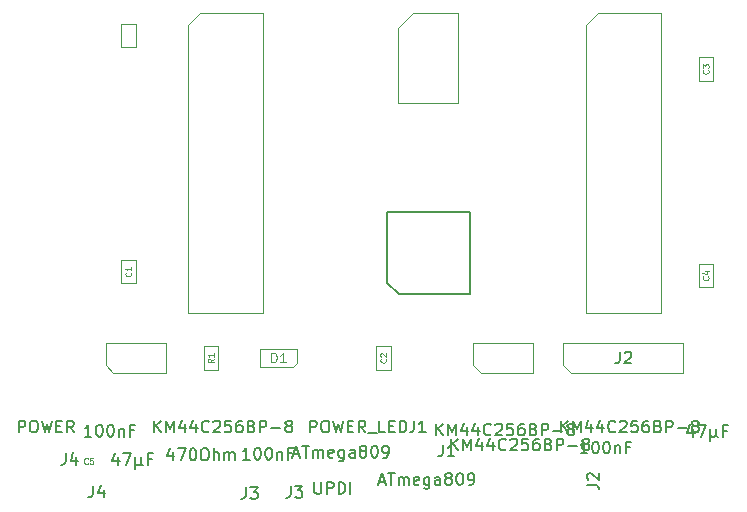
<source format=gbr>
G04 #@! TF.GenerationSoftware,KiCad,Pcbnew,5.1.4*
G04 #@! TF.CreationDate,2019-11-08T16:48:00+01:00*
G04 #@! TF.ProjectId,AsyncDRAM,4173796e-6344-4524-914d-2e6b69636164,rev?*
G04 #@! TF.SameCoordinates,Original*
G04 #@! TF.FileFunction,Other,Fab,Top*
%FSLAX46Y46*%
G04 Gerber Fmt 4.6, Leading zero omitted, Abs format (unit mm)*
G04 Created by KiCad (PCBNEW 5.1.4) date 2019-11-08 16:48:00*
%MOMM*%
%LPD*%
G04 APERTURE LIST*
%ADD10C,0.100000*%
%ADD11C,0.150000*%
%ADD12C,0.080000*%
%ADD13C,0.120000*%
G04 APERTURE END LIST*
D10*
X23495000Y-164830000D02*
X24495000Y-163830000D01*
X23495000Y-189230000D02*
X23495000Y-164830000D01*
X29845000Y-189230000D02*
X23495000Y-189230000D01*
X29845000Y-163830000D02*
X29845000Y-189230000D01*
X24495000Y-163830000D02*
X29845000Y-163830000D01*
D11*
X41315000Y-187650000D02*
X40315000Y-186650000D01*
X47315000Y-187650000D02*
X41315000Y-187650000D01*
X47315000Y-180650000D02*
X47315000Y-187650000D01*
X40315000Y-180650000D02*
X47315000Y-180650000D01*
X40315000Y-186650000D02*
X40315000Y-180650000D01*
D10*
X24800000Y-194040000D02*
X24800000Y-192040000D01*
X26000000Y-194040000D02*
X24800000Y-194040000D01*
X26000000Y-192040000D02*
X26000000Y-194040000D01*
X24800000Y-192040000D02*
X26000000Y-192040000D01*
X29515000Y-192240000D02*
X29515000Y-193840000D01*
X32715000Y-192240000D02*
X29515000Y-192240000D01*
X32715000Y-193440000D02*
X32715000Y-192240000D01*
X32315000Y-193840000D02*
X32715000Y-193440000D01*
X29515000Y-193840000D02*
X32315000Y-193840000D01*
X17145000Y-194310000D02*
X16510000Y-193675000D01*
X21590000Y-194310000D02*
X17145000Y-194310000D01*
X21590000Y-191770000D02*
X21590000Y-194310000D01*
X16510000Y-191770000D02*
X21590000Y-191770000D01*
X16510000Y-193675000D02*
X16510000Y-191770000D01*
X41275000Y-165100000D02*
X42545000Y-163830000D01*
X41275000Y-171450000D02*
X41275000Y-165100000D01*
X46355000Y-171450000D02*
X41275000Y-171450000D01*
X46355000Y-163830000D02*
X46355000Y-171450000D01*
X42545000Y-163830000D02*
X46355000Y-163830000D01*
X55880000Y-194310000D02*
X55245000Y-193675000D01*
X65405000Y-194310000D02*
X55880000Y-194310000D01*
X65405000Y-191770000D02*
X65405000Y-194310000D01*
X55245000Y-191770000D02*
X65405000Y-191770000D01*
X55245000Y-193675000D02*
X55245000Y-191770000D01*
X48260000Y-194310000D02*
X47625000Y-193675000D01*
X52705000Y-194310000D02*
X48260000Y-194310000D01*
X52705000Y-191770000D02*
X52705000Y-194310000D01*
X47625000Y-191770000D02*
X52705000Y-191770000D01*
X47625000Y-193675000D02*
X47625000Y-191770000D01*
X66710000Y-169577500D02*
X66710000Y-167577500D01*
X67910000Y-169577500D02*
X66710000Y-169577500D01*
X67910000Y-167577500D02*
X67910000Y-169577500D01*
X66710000Y-167577500D02*
X67910000Y-167577500D01*
X19015000Y-164735000D02*
X19015000Y-166735000D01*
X17815000Y-164735000D02*
X19015000Y-164735000D01*
X17815000Y-166735000D02*
X17815000Y-164735000D01*
X19015000Y-166735000D02*
X17815000Y-166735000D01*
X66710000Y-187055000D02*
X66710000Y-185055000D01*
X67910000Y-187055000D02*
X66710000Y-187055000D01*
X67910000Y-185055000D02*
X67910000Y-187055000D01*
X66710000Y-185055000D02*
X67910000Y-185055000D01*
X39405000Y-194040000D02*
X39405000Y-192040000D01*
X40605000Y-194040000D02*
X39405000Y-194040000D01*
X40605000Y-192040000D02*
X40605000Y-194040000D01*
X39405000Y-192040000D02*
X40605000Y-192040000D01*
X19015000Y-184722500D02*
X19015000Y-186722500D01*
X17815000Y-184722500D02*
X19015000Y-184722500D01*
X17815000Y-186722500D02*
X17815000Y-184722500D01*
X19015000Y-186722500D02*
X17815000Y-186722500D01*
X57150000Y-164830000D02*
X58150000Y-163830000D01*
X57150000Y-189230000D02*
X57150000Y-164830000D01*
X63500000Y-189230000D02*
X57150000Y-189230000D01*
X63500000Y-163830000D02*
X63500000Y-189230000D01*
X58150000Y-163830000D02*
X63500000Y-163830000D01*
D11*
X20606476Y-199334380D02*
X20606476Y-198334380D01*
X21177904Y-199334380D02*
X20749333Y-198762952D01*
X21177904Y-198334380D02*
X20606476Y-198905809D01*
X21606476Y-199334380D02*
X21606476Y-198334380D01*
X21939809Y-199048666D01*
X22273142Y-198334380D01*
X22273142Y-199334380D01*
X23177904Y-198667714D02*
X23177904Y-199334380D01*
X22939809Y-198286761D02*
X22701714Y-199001047D01*
X23320761Y-199001047D01*
X24130285Y-198667714D02*
X24130285Y-199334380D01*
X23892190Y-198286761D02*
X23654095Y-199001047D01*
X24273142Y-199001047D01*
X25225523Y-199239142D02*
X25177904Y-199286761D01*
X25035047Y-199334380D01*
X24939809Y-199334380D01*
X24796952Y-199286761D01*
X24701714Y-199191523D01*
X24654095Y-199096285D01*
X24606476Y-198905809D01*
X24606476Y-198762952D01*
X24654095Y-198572476D01*
X24701714Y-198477238D01*
X24796952Y-198382000D01*
X24939809Y-198334380D01*
X25035047Y-198334380D01*
X25177904Y-198382000D01*
X25225523Y-198429619D01*
X25606476Y-198429619D02*
X25654095Y-198382000D01*
X25749333Y-198334380D01*
X25987428Y-198334380D01*
X26082666Y-198382000D01*
X26130285Y-198429619D01*
X26177904Y-198524857D01*
X26177904Y-198620095D01*
X26130285Y-198762952D01*
X25558857Y-199334380D01*
X26177904Y-199334380D01*
X27082666Y-198334380D02*
X26606476Y-198334380D01*
X26558857Y-198810571D01*
X26606476Y-198762952D01*
X26701714Y-198715333D01*
X26939809Y-198715333D01*
X27035047Y-198762952D01*
X27082666Y-198810571D01*
X27130285Y-198905809D01*
X27130285Y-199143904D01*
X27082666Y-199239142D01*
X27035047Y-199286761D01*
X26939809Y-199334380D01*
X26701714Y-199334380D01*
X26606476Y-199286761D01*
X26558857Y-199239142D01*
X27987428Y-198334380D02*
X27796952Y-198334380D01*
X27701714Y-198382000D01*
X27654095Y-198429619D01*
X27558857Y-198572476D01*
X27511238Y-198762952D01*
X27511238Y-199143904D01*
X27558857Y-199239142D01*
X27606476Y-199286761D01*
X27701714Y-199334380D01*
X27892190Y-199334380D01*
X27987428Y-199286761D01*
X28035047Y-199239142D01*
X28082666Y-199143904D01*
X28082666Y-198905809D01*
X28035047Y-198810571D01*
X27987428Y-198762952D01*
X27892190Y-198715333D01*
X27701714Y-198715333D01*
X27606476Y-198762952D01*
X27558857Y-198810571D01*
X27511238Y-198905809D01*
X28844571Y-198810571D02*
X28987428Y-198858190D01*
X29035047Y-198905809D01*
X29082666Y-199001047D01*
X29082666Y-199143904D01*
X29035047Y-199239142D01*
X28987428Y-199286761D01*
X28892190Y-199334380D01*
X28511238Y-199334380D01*
X28511238Y-198334380D01*
X28844571Y-198334380D01*
X28939809Y-198382000D01*
X28987428Y-198429619D01*
X29035047Y-198524857D01*
X29035047Y-198620095D01*
X28987428Y-198715333D01*
X28939809Y-198762952D01*
X28844571Y-198810571D01*
X28511238Y-198810571D01*
X29511238Y-199334380D02*
X29511238Y-198334380D01*
X29892190Y-198334380D01*
X29987428Y-198382000D01*
X30035047Y-198429619D01*
X30082666Y-198524857D01*
X30082666Y-198667714D01*
X30035047Y-198762952D01*
X29987428Y-198810571D01*
X29892190Y-198858190D01*
X29511238Y-198858190D01*
X30511238Y-198953428D02*
X31273142Y-198953428D01*
X31892190Y-198762952D02*
X31796952Y-198715333D01*
X31749333Y-198667714D01*
X31701714Y-198572476D01*
X31701714Y-198524857D01*
X31749333Y-198429619D01*
X31796952Y-198382000D01*
X31892190Y-198334380D01*
X32082666Y-198334380D01*
X32177904Y-198382000D01*
X32225523Y-198429619D01*
X32273142Y-198524857D01*
X32273142Y-198572476D01*
X32225523Y-198667714D01*
X32177904Y-198715333D01*
X32082666Y-198762952D01*
X31892190Y-198762952D01*
X31796952Y-198810571D01*
X31749333Y-198858190D01*
X31701714Y-198953428D01*
X31701714Y-199143904D01*
X31749333Y-199239142D01*
X31796952Y-199286761D01*
X31892190Y-199334380D01*
X32082666Y-199334380D01*
X32177904Y-199286761D01*
X32225523Y-199239142D01*
X32273142Y-199143904D01*
X32273142Y-198953428D01*
X32225523Y-198858190D01*
X32177904Y-198810571D01*
X32082666Y-198762952D01*
X55023476Y-199334380D02*
X55023476Y-198334380D01*
X55594904Y-199334380D02*
X55166333Y-198762952D01*
X55594904Y-198334380D02*
X55023476Y-198905809D01*
X56023476Y-199334380D02*
X56023476Y-198334380D01*
X56356809Y-199048666D01*
X56690142Y-198334380D01*
X56690142Y-199334380D01*
X57594904Y-198667714D02*
X57594904Y-199334380D01*
X57356809Y-198286761D02*
X57118714Y-199001047D01*
X57737761Y-199001047D01*
X58547285Y-198667714D02*
X58547285Y-199334380D01*
X58309190Y-198286761D02*
X58071095Y-199001047D01*
X58690142Y-199001047D01*
X59642523Y-199239142D02*
X59594904Y-199286761D01*
X59452047Y-199334380D01*
X59356809Y-199334380D01*
X59213952Y-199286761D01*
X59118714Y-199191523D01*
X59071095Y-199096285D01*
X59023476Y-198905809D01*
X59023476Y-198762952D01*
X59071095Y-198572476D01*
X59118714Y-198477238D01*
X59213952Y-198382000D01*
X59356809Y-198334380D01*
X59452047Y-198334380D01*
X59594904Y-198382000D01*
X59642523Y-198429619D01*
X60023476Y-198429619D02*
X60071095Y-198382000D01*
X60166333Y-198334380D01*
X60404428Y-198334380D01*
X60499666Y-198382000D01*
X60547285Y-198429619D01*
X60594904Y-198524857D01*
X60594904Y-198620095D01*
X60547285Y-198762952D01*
X59975857Y-199334380D01*
X60594904Y-199334380D01*
X61499666Y-198334380D02*
X61023476Y-198334380D01*
X60975857Y-198810571D01*
X61023476Y-198762952D01*
X61118714Y-198715333D01*
X61356809Y-198715333D01*
X61452047Y-198762952D01*
X61499666Y-198810571D01*
X61547285Y-198905809D01*
X61547285Y-199143904D01*
X61499666Y-199239142D01*
X61452047Y-199286761D01*
X61356809Y-199334380D01*
X61118714Y-199334380D01*
X61023476Y-199286761D01*
X60975857Y-199239142D01*
X62404428Y-198334380D02*
X62213952Y-198334380D01*
X62118714Y-198382000D01*
X62071095Y-198429619D01*
X61975857Y-198572476D01*
X61928238Y-198762952D01*
X61928238Y-199143904D01*
X61975857Y-199239142D01*
X62023476Y-199286761D01*
X62118714Y-199334380D01*
X62309190Y-199334380D01*
X62404428Y-199286761D01*
X62452047Y-199239142D01*
X62499666Y-199143904D01*
X62499666Y-198905809D01*
X62452047Y-198810571D01*
X62404428Y-198762952D01*
X62309190Y-198715333D01*
X62118714Y-198715333D01*
X62023476Y-198762952D01*
X61975857Y-198810571D01*
X61928238Y-198905809D01*
X63261571Y-198810571D02*
X63404428Y-198858190D01*
X63452047Y-198905809D01*
X63499666Y-199001047D01*
X63499666Y-199143904D01*
X63452047Y-199239142D01*
X63404428Y-199286761D01*
X63309190Y-199334380D01*
X62928238Y-199334380D01*
X62928238Y-198334380D01*
X63261571Y-198334380D01*
X63356809Y-198382000D01*
X63404428Y-198429619D01*
X63452047Y-198524857D01*
X63452047Y-198620095D01*
X63404428Y-198715333D01*
X63356809Y-198762952D01*
X63261571Y-198810571D01*
X62928238Y-198810571D01*
X63928238Y-199334380D02*
X63928238Y-198334380D01*
X64309190Y-198334380D01*
X64404428Y-198382000D01*
X64452047Y-198429619D01*
X64499666Y-198524857D01*
X64499666Y-198667714D01*
X64452047Y-198762952D01*
X64404428Y-198810571D01*
X64309190Y-198858190D01*
X63928238Y-198858190D01*
X64928238Y-198953428D02*
X65690142Y-198953428D01*
X66309190Y-198762952D02*
X66213952Y-198715333D01*
X66166333Y-198667714D01*
X66118714Y-198572476D01*
X66118714Y-198524857D01*
X66166333Y-198429619D01*
X66213952Y-198382000D01*
X66309190Y-198334380D01*
X66499666Y-198334380D01*
X66594904Y-198382000D01*
X66642523Y-198429619D01*
X66690142Y-198524857D01*
X66690142Y-198572476D01*
X66642523Y-198667714D01*
X66594904Y-198715333D01*
X66499666Y-198762952D01*
X66309190Y-198762952D01*
X66213952Y-198810571D01*
X66166333Y-198858190D01*
X66118714Y-198953428D01*
X66118714Y-199143904D01*
X66166333Y-199239142D01*
X66213952Y-199286761D01*
X66309190Y-199334380D01*
X66499666Y-199334380D01*
X66594904Y-199286761D01*
X66642523Y-199239142D01*
X66690142Y-199143904D01*
X66690142Y-198953428D01*
X66642523Y-198858190D01*
X66594904Y-198810571D01*
X66499666Y-198762952D01*
X39614980Y-203506366D02*
X40091171Y-203506366D01*
X39519742Y-203792080D02*
X39853076Y-202792080D01*
X40186409Y-203792080D01*
X40376885Y-202792080D02*
X40948314Y-202792080D01*
X40662600Y-203792080D02*
X40662600Y-202792080D01*
X41281647Y-203792080D02*
X41281647Y-203125414D01*
X41281647Y-203220652D02*
X41329266Y-203173033D01*
X41424504Y-203125414D01*
X41567361Y-203125414D01*
X41662600Y-203173033D01*
X41710219Y-203268271D01*
X41710219Y-203792080D01*
X41710219Y-203268271D02*
X41757838Y-203173033D01*
X41853076Y-203125414D01*
X41995933Y-203125414D01*
X42091171Y-203173033D01*
X42138790Y-203268271D01*
X42138790Y-203792080D01*
X42995933Y-203744461D02*
X42900695Y-203792080D01*
X42710219Y-203792080D01*
X42614980Y-203744461D01*
X42567361Y-203649223D01*
X42567361Y-203268271D01*
X42614980Y-203173033D01*
X42710219Y-203125414D01*
X42900695Y-203125414D01*
X42995933Y-203173033D01*
X43043552Y-203268271D01*
X43043552Y-203363509D01*
X42567361Y-203458747D01*
X43900695Y-203125414D02*
X43900695Y-203934938D01*
X43853076Y-204030176D01*
X43805457Y-204077795D01*
X43710219Y-204125414D01*
X43567361Y-204125414D01*
X43472123Y-204077795D01*
X43900695Y-203744461D02*
X43805457Y-203792080D01*
X43614980Y-203792080D01*
X43519742Y-203744461D01*
X43472123Y-203696842D01*
X43424504Y-203601604D01*
X43424504Y-203315890D01*
X43472123Y-203220652D01*
X43519742Y-203173033D01*
X43614980Y-203125414D01*
X43805457Y-203125414D01*
X43900695Y-203173033D01*
X44805457Y-203792080D02*
X44805457Y-203268271D01*
X44757838Y-203173033D01*
X44662600Y-203125414D01*
X44472123Y-203125414D01*
X44376885Y-203173033D01*
X44805457Y-203744461D02*
X44710219Y-203792080D01*
X44472123Y-203792080D01*
X44376885Y-203744461D01*
X44329266Y-203649223D01*
X44329266Y-203553985D01*
X44376885Y-203458747D01*
X44472123Y-203411128D01*
X44710219Y-203411128D01*
X44805457Y-203363509D01*
X45424504Y-203220652D02*
X45329266Y-203173033D01*
X45281647Y-203125414D01*
X45234028Y-203030176D01*
X45234028Y-202982557D01*
X45281647Y-202887319D01*
X45329266Y-202839700D01*
X45424504Y-202792080D01*
X45614980Y-202792080D01*
X45710219Y-202839700D01*
X45757838Y-202887319D01*
X45805457Y-202982557D01*
X45805457Y-203030176D01*
X45757838Y-203125414D01*
X45710219Y-203173033D01*
X45614980Y-203220652D01*
X45424504Y-203220652D01*
X45329266Y-203268271D01*
X45281647Y-203315890D01*
X45234028Y-203411128D01*
X45234028Y-203601604D01*
X45281647Y-203696842D01*
X45329266Y-203744461D01*
X45424504Y-203792080D01*
X45614980Y-203792080D01*
X45710219Y-203744461D01*
X45757838Y-203696842D01*
X45805457Y-203601604D01*
X45805457Y-203411128D01*
X45757838Y-203315890D01*
X45710219Y-203268271D01*
X45614980Y-203220652D01*
X46424504Y-202792080D02*
X46519742Y-202792080D01*
X46614980Y-202839700D01*
X46662600Y-202887319D01*
X46710219Y-202982557D01*
X46757838Y-203173033D01*
X46757838Y-203411128D01*
X46710219Y-203601604D01*
X46662600Y-203696842D01*
X46614980Y-203744461D01*
X46519742Y-203792080D01*
X46424504Y-203792080D01*
X46329266Y-203744461D01*
X46281647Y-203696842D01*
X46234028Y-203601604D01*
X46186409Y-203411128D01*
X46186409Y-203173033D01*
X46234028Y-202982557D01*
X46281647Y-202887319D01*
X46329266Y-202839700D01*
X46424504Y-202792080D01*
X47234028Y-203792080D02*
X47424504Y-203792080D01*
X47519742Y-203744461D01*
X47567361Y-203696842D01*
X47662600Y-203553985D01*
X47710219Y-203363509D01*
X47710219Y-202982557D01*
X47662600Y-202887319D01*
X47614980Y-202839700D01*
X47519742Y-202792080D01*
X47329266Y-202792080D01*
X47234028Y-202839700D01*
X47186409Y-202887319D01*
X47138790Y-202982557D01*
X47138790Y-203220652D01*
X47186409Y-203315890D01*
X47234028Y-203363509D01*
X47329266Y-203411128D01*
X47519742Y-203411128D01*
X47614980Y-203363509D01*
X47662600Y-203315890D01*
X47710219Y-203220652D01*
X32375980Y-201182266D02*
X32852171Y-201182266D01*
X32280742Y-201467980D02*
X32614076Y-200467980D01*
X32947409Y-201467980D01*
X33137885Y-200467980D02*
X33709314Y-200467980D01*
X33423600Y-201467980D02*
X33423600Y-200467980D01*
X34042647Y-201467980D02*
X34042647Y-200801314D01*
X34042647Y-200896552D02*
X34090266Y-200848933D01*
X34185504Y-200801314D01*
X34328361Y-200801314D01*
X34423600Y-200848933D01*
X34471219Y-200944171D01*
X34471219Y-201467980D01*
X34471219Y-200944171D02*
X34518838Y-200848933D01*
X34614076Y-200801314D01*
X34756933Y-200801314D01*
X34852171Y-200848933D01*
X34899790Y-200944171D01*
X34899790Y-201467980D01*
X35756933Y-201420361D02*
X35661695Y-201467980D01*
X35471219Y-201467980D01*
X35375980Y-201420361D01*
X35328361Y-201325123D01*
X35328361Y-200944171D01*
X35375980Y-200848933D01*
X35471219Y-200801314D01*
X35661695Y-200801314D01*
X35756933Y-200848933D01*
X35804552Y-200944171D01*
X35804552Y-201039409D01*
X35328361Y-201134647D01*
X36661695Y-200801314D02*
X36661695Y-201610838D01*
X36614076Y-201706076D01*
X36566457Y-201753695D01*
X36471219Y-201801314D01*
X36328361Y-201801314D01*
X36233123Y-201753695D01*
X36661695Y-201420361D02*
X36566457Y-201467980D01*
X36375980Y-201467980D01*
X36280742Y-201420361D01*
X36233123Y-201372742D01*
X36185504Y-201277504D01*
X36185504Y-200991790D01*
X36233123Y-200896552D01*
X36280742Y-200848933D01*
X36375980Y-200801314D01*
X36566457Y-200801314D01*
X36661695Y-200848933D01*
X37566457Y-201467980D02*
X37566457Y-200944171D01*
X37518838Y-200848933D01*
X37423600Y-200801314D01*
X37233123Y-200801314D01*
X37137885Y-200848933D01*
X37566457Y-201420361D02*
X37471219Y-201467980D01*
X37233123Y-201467980D01*
X37137885Y-201420361D01*
X37090266Y-201325123D01*
X37090266Y-201229885D01*
X37137885Y-201134647D01*
X37233123Y-201087028D01*
X37471219Y-201087028D01*
X37566457Y-201039409D01*
X38185504Y-200896552D02*
X38090266Y-200848933D01*
X38042647Y-200801314D01*
X37995028Y-200706076D01*
X37995028Y-200658457D01*
X38042647Y-200563219D01*
X38090266Y-200515600D01*
X38185504Y-200467980D01*
X38375980Y-200467980D01*
X38471219Y-200515600D01*
X38518838Y-200563219D01*
X38566457Y-200658457D01*
X38566457Y-200706076D01*
X38518838Y-200801314D01*
X38471219Y-200848933D01*
X38375980Y-200896552D01*
X38185504Y-200896552D01*
X38090266Y-200944171D01*
X38042647Y-200991790D01*
X37995028Y-201087028D01*
X37995028Y-201277504D01*
X38042647Y-201372742D01*
X38090266Y-201420361D01*
X38185504Y-201467980D01*
X38375980Y-201467980D01*
X38471219Y-201420361D01*
X38518838Y-201372742D01*
X38566457Y-201277504D01*
X38566457Y-201087028D01*
X38518838Y-200991790D01*
X38471219Y-200944171D01*
X38375980Y-200896552D01*
X39185504Y-200467980D02*
X39280742Y-200467980D01*
X39375980Y-200515600D01*
X39423600Y-200563219D01*
X39471219Y-200658457D01*
X39518838Y-200848933D01*
X39518838Y-201087028D01*
X39471219Y-201277504D01*
X39423600Y-201372742D01*
X39375980Y-201420361D01*
X39280742Y-201467980D01*
X39185504Y-201467980D01*
X39090266Y-201420361D01*
X39042647Y-201372742D01*
X38995028Y-201277504D01*
X38947409Y-201087028D01*
X38947409Y-200848933D01*
X38995028Y-200658457D01*
X39042647Y-200563219D01*
X39090266Y-200515600D01*
X39185504Y-200467980D01*
X39995028Y-201467980D02*
X40185504Y-201467980D01*
X40280742Y-201420361D01*
X40328361Y-201372742D01*
X40423600Y-201229885D01*
X40471219Y-201039409D01*
X40471219Y-200658457D01*
X40423600Y-200563219D01*
X40375980Y-200515600D01*
X40280742Y-200467980D01*
X40090266Y-200467980D01*
X39995028Y-200515600D01*
X39947409Y-200563219D01*
X39899790Y-200658457D01*
X39899790Y-200896552D01*
X39947409Y-200991790D01*
X39995028Y-201039409D01*
X40090266Y-201087028D01*
X40280742Y-201087028D01*
X40375980Y-201039409D01*
X40423600Y-200991790D01*
X40471219Y-200896552D01*
X22157038Y-201029914D02*
X22157038Y-201696580D01*
X21918942Y-200648961D02*
X21680847Y-201363247D01*
X22299895Y-201363247D01*
X22585609Y-200696580D02*
X23252276Y-200696580D01*
X22823704Y-201696580D01*
X23823704Y-200696580D02*
X23918942Y-200696580D01*
X24014180Y-200744200D01*
X24061800Y-200791819D01*
X24109419Y-200887057D01*
X24157038Y-201077533D01*
X24157038Y-201315628D01*
X24109419Y-201506104D01*
X24061800Y-201601342D01*
X24014180Y-201648961D01*
X23918942Y-201696580D01*
X23823704Y-201696580D01*
X23728466Y-201648961D01*
X23680847Y-201601342D01*
X23633228Y-201506104D01*
X23585609Y-201315628D01*
X23585609Y-201077533D01*
X23633228Y-200887057D01*
X23680847Y-200791819D01*
X23728466Y-200744200D01*
X23823704Y-200696580D01*
X24776085Y-200696580D02*
X24966561Y-200696580D01*
X25061800Y-200744200D01*
X25157038Y-200839438D01*
X25204657Y-201029914D01*
X25204657Y-201363247D01*
X25157038Y-201553723D01*
X25061800Y-201648961D01*
X24966561Y-201696580D01*
X24776085Y-201696580D01*
X24680847Y-201648961D01*
X24585609Y-201553723D01*
X24537990Y-201363247D01*
X24537990Y-201029914D01*
X24585609Y-200839438D01*
X24680847Y-200744200D01*
X24776085Y-200696580D01*
X25633228Y-201696580D02*
X25633228Y-200696580D01*
X26061800Y-201696580D02*
X26061800Y-201172771D01*
X26014180Y-201077533D01*
X25918942Y-201029914D01*
X25776085Y-201029914D01*
X25680847Y-201077533D01*
X25633228Y-201125152D01*
X26537990Y-201696580D02*
X26537990Y-201029914D01*
X26537990Y-201125152D02*
X26585609Y-201077533D01*
X26680847Y-201029914D01*
X26823704Y-201029914D01*
X26918942Y-201077533D01*
X26966561Y-201172771D01*
X26966561Y-201696580D01*
X26966561Y-201172771D02*
X27014180Y-201077533D01*
X27109419Y-201029914D01*
X27252276Y-201029914D01*
X27347514Y-201077533D01*
X27395133Y-201172771D01*
X27395133Y-201696580D01*
D12*
X25626190Y-193123333D02*
X25388095Y-193290000D01*
X25626190Y-193409047D02*
X25126190Y-193409047D01*
X25126190Y-193218571D01*
X25150000Y-193170952D01*
X25173809Y-193147142D01*
X25221428Y-193123333D01*
X25292857Y-193123333D01*
X25340476Y-193147142D01*
X25364285Y-193170952D01*
X25388095Y-193218571D01*
X25388095Y-193409047D01*
X25626190Y-192647142D02*
X25626190Y-192932857D01*
X25626190Y-192790000D02*
X25126190Y-192790000D01*
X25197619Y-192837619D01*
X25245238Y-192885238D01*
X25269047Y-192932857D01*
D11*
X33798380Y-199334380D02*
X33798380Y-198334380D01*
X34179333Y-198334380D01*
X34274571Y-198382000D01*
X34322190Y-198429619D01*
X34369809Y-198524857D01*
X34369809Y-198667714D01*
X34322190Y-198762952D01*
X34274571Y-198810571D01*
X34179333Y-198858190D01*
X33798380Y-198858190D01*
X34988857Y-198334380D02*
X35179333Y-198334380D01*
X35274571Y-198382000D01*
X35369809Y-198477238D01*
X35417428Y-198667714D01*
X35417428Y-199001047D01*
X35369809Y-199191523D01*
X35274571Y-199286761D01*
X35179333Y-199334380D01*
X34988857Y-199334380D01*
X34893619Y-199286761D01*
X34798380Y-199191523D01*
X34750761Y-199001047D01*
X34750761Y-198667714D01*
X34798380Y-198477238D01*
X34893619Y-198382000D01*
X34988857Y-198334380D01*
X35750761Y-198334380D02*
X35988857Y-199334380D01*
X36179333Y-198620095D01*
X36369809Y-199334380D01*
X36607904Y-198334380D01*
X36988857Y-198810571D02*
X37322190Y-198810571D01*
X37465047Y-199334380D02*
X36988857Y-199334380D01*
X36988857Y-198334380D01*
X37465047Y-198334380D01*
X38465047Y-199334380D02*
X38131714Y-198858190D01*
X37893619Y-199334380D02*
X37893619Y-198334380D01*
X38274571Y-198334380D01*
X38369809Y-198382000D01*
X38417428Y-198429619D01*
X38465047Y-198524857D01*
X38465047Y-198667714D01*
X38417428Y-198762952D01*
X38369809Y-198810571D01*
X38274571Y-198858190D01*
X37893619Y-198858190D01*
X38655523Y-199429619D02*
X39417428Y-199429619D01*
X40131714Y-199334380D02*
X39655523Y-199334380D01*
X39655523Y-198334380D01*
X40465047Y-198810571D02*
X40798380Y-198810571D01*
X40941238Y-199334380D02*
X40465047Y-199334380D01*
X40465047Y-198334380D01*
X40941238Y-198334380D01*
X41369809Y-199334380D02*
X41369809Y-198334380D01*
X41607904Y-198334380D01*
X41750761Y-198382000D01*
X41846000Y-198477238D01*
X41893619Y-198572476D01*
X41941238Y-198762952D01*
X41941238Y-198905809D01*
X41893619Y-199096285D01*
X41846000Y-199191523D01*
X41750761Y-199286761D01*
X41607904Y-199334380D01*
X41369809Y-199334380D01*
D13*
X30524523Y-193401904D02*
X30524523Y-192601904D01*
X30715000Y-192601904D01*
X30829285Y-192640000D01*
X30905476Y-192716190D01*
X30943571Y-192792380D01*
X30981666Y-192944761D01*
X30981666Y-193059047D01*
X30943571Y-193211428D01*
X30905476Y-193287619D01*
X30829285Y-193363809D01*
X30715000Y-193401904D01*
X30524523Y-193401904D01*
X31743571Y-193401904D02*
X31286428Y-193401904D01*
X31515000Y-193401904D02*
X31515000Y-192601904D01*
X31438809Y-192716190D01*
X31362619Y-192792380D01*
X31286428Y-192830476D01*
D11*
X13090566Y-201077580D02*
X13090566Y-201791866D01*
X13042947Y-201934723D01*
X12947709Y-202029961D01*
X12804852Y-202077580D01*
X12709614Y-202077580D01*
X13995328Y-201410914D02*
X13995328Y-202077580D01*
X13757233Y-201029961D02*
X13519138Y-201744247D01*
X14138185Y-201744247D01*
X9120476Y-199334380D02*
X9120476Y-198334380D01*
X9501428Y-198334380D01*
X9596666Y-198382000D01*
X9644285Y-198429619D01*
X9691904Y-198524857D01*
X9691904Y-198667714D01*
X9644285Y-198762952D01*
X9596666Y-198810571D01*
X9501428Y-198858190D01*
X9120476Y-198858190D01*
X10310952Y-198334380D02*
X10501428Y-198334380D01*
X10596666Y-198382000D01*
X10691904Y-198477238D01*
X10739523Y-198667714D01*
X10739523Y-199001047D01*
X10691904Y-199191523D01*
X10596666Y-199286761D01*
X10501428Y-199334380D01*
X10310952Y-199334380D01*
X10215714Y-199286761D01*
X10120476Y-199191523D01*
X10072857Y-199001047D01*
X10072857Y-198667714D01*
X10120476Y-198477238D01*
X10215714Y-198382000D01*
X10310952Y-198334380D01*
X11072857Y-198334380D02*
X11310952Y-199334380D01*
X11501428Y-198620095D01*
X11691904Y-199334380D01*
X11930000Y-198334380D01*
X12310952Y-198810571D02*
X12644285Y-198810571D01*
X12787142Y-199334380D02*
X12310952Y-199334380D01*
X12310952Y-198334380D01*
X12787142Y-198334380D01*
X13787142Y-199334380D02*
X13453809Y-198858190D01*
X13215714Y-199334380D02*
X13215714Y-198334380D01*
X13596666Y-198334380D01*
X13691904Y-198382000D01*
X13739523Y-198429619D01*
X13787142Y-198524857D01*
X13787142Y-198667714D01*
X13739523Y-198762952D01*
X13691904Y-198810571D01*
X13596666Y-198858190D01*
X13215714Y-198858190D01*
X15401966Y-203846180D02*
X15401966Y-204560466D01*
X15354347Y-204703323D01*
X15259109Y-204798561D01*
X15116252Y-204846180D01*
X15021014Y-204846180D01*
X16306728Y-204179514D02*
X16306728Y-204846180D01*
X16068633Y-203798561D02*
X15830538Y-204512847D01*
X16449585Y-204512847D01*
X32140566Y-203871580D02*
X32140566Y-204585866D01*
X32092947Y-204728723D01*
X31997709Y-204823961D01*
X31854852Y-204871580D01*
X31759614Y-204871580D01*
X32521519Y-203871580D02*
X33140566Y-203871580D01*
X32807233Y-204252533D01*
X32950090Y-204252533D01*
X33045328Y-204300152D01*
X33092947Y-204347771D01*
X33140566Y-204443009D01*
X33140566Y-204681104D01*
X33092947Y-204776342D01*
X33045328Y-204823961D01*
X32950090Y-204871580D01*
X32664376Y-204871580D01*
X32569138Y-204823961D01*
X32521519Y-204776342D01*
X34163190Y-203554080D02*
X34163190Y-204363604D01*
X34210809Y-204458842D01*
X34258428Y-204506461D01*
X34353666Y-204554080D01*
X34544142Y-204554080D01*
X34639380Y-204506461D01*
X34687000Y-204458842D01*
X34734619Y-204363604D01*
X34734619Y-203554080D01*
X35210809Y-204554080D02*
X35210809Y-203554080D01*
X35591761Y-203554080D01*
X35687000Y-203601700D01*
X35734619Y-203649319D01*
X35782238Y-203744557D01*
X35782238Y-203887414D01*
X35734619Y-203982652D01*
X35687000Y-204030271D01*
X35591761Y-204077890D01*
X35210809Y-204077890D01*
X36210809Y-204554080D02*
X36210809Y-203554080D01*
X36448904Y-203554080D01*
X36591761Y-203601700D01*
X36687000Y-203696938D01*
X36734619Y-203792176D01*
X36782238Y-203982652D01*
X36782238Y-204125509D01*
X36734619Y-204315985D01*
X36687000Y-204411223D01*
X36591761Y-204506461D01*
X36448904Y-204554080D01*
X36210809Y-204554080D01*
X37210809Y-204554080D02*
X37210809Y-203554080D01*
X28355966Y-203973180D02*
X28355966Y-204687466D01*
X28308347Y-204830323D01*
X28213109Y-204925561D01*
X28070252Y-204973180D01*
X27975014Y-204973180D01*
X28736919Y-203973180D02*
X29355966Y-203973180D01*
X29022633Y-204354133D01*
X29165490Y-204354133D01*
X29260728Y-204401752D01*
X29308347Y-204449371D01*
X29355966Y-204544609D01*
X29355966Y-204782704D01*
X29308347Y-204877942D01*
X29260728Y-204925561D01*
X29165490Y-204973180D01*
X28879776Y-204973180D01*
X28784538Y-204925561D01*
X28736919Y-204877942D01*
X57237380Y-203787333D02*
X57951666Y-203787333D01*
X58094523Y-203834952D01*
X58189761Y-203930190D01*
X58237380Y-204073047D01*
X58237380Y-204168285D01*
X57332619Y-203358761D02*
X57285000Y-203311142D01*
X57237380Y-203215904D01*
X57237380Y-202977809D01*
X57285000Y-202882571D01*
X57332619Y-202834952D01*
X57427857Y-202787333D01*
X57523095Y-202787333D01*
X57665952Y-202834952D01*
X58237380Y-203406380D01*
X58237380Y-202787333D01*
X59991666Y-192492380D02*
X59991666Y-193206666D01*
X59944047Y-193349523D01*
X59848809Y-193444761D01*
X59705952Y-193492380D01*
X59610714Y-193492380D01*
X60420238Y-192587619D02*
X60467857Y-192540000D01*
X60563095Y-192492380D01*
X60801190Y-192492380D01*
X60896428Y-192540000D01*
X60944047Y-192587619D01*
X60991666Y-192682857D01*
X60991666Y-192778095D01*
X60944047Y-192920952D01*
X60372619Y-193492380D01*
X60991666Y-193492380D01*
X45005666Y-200366380D02*
X45005666Y-201080666D01*
X44958047Y-201223523D01*
X44862809Y-201318761D01*
X44719952Y-201366380D01*
X44624714Y-201366380D01*
X46005666Y-201366380D02*
X45434238Y-201366380D01*
X45719952Y-201366380D02*
X45719952Y-200366380D01*
X45624714Y-200509238D01*
X45529476Y-200604476D01*
X45434238Y-200652095D01*
X42592666Y-198334380D02*
X42592666Y-199048666D01*
X42545047Y-199191523D01*
X42449809Y-199286761D01*
X42306952Y-199334380D01*
X42211714Y-199334380D01*
X43592666Y-199334380D02*
X43021238Y-199334380D01*
X43306952Y-199334380D02*
X43306952Y-198334380D01*
X43211714Y-198477238D01*
X43116476Y-198572476D01*
X43021238Y-198620095D01*
X57278780Y-201112380D02*
X56707352Y-201112380D01*
X56993066Y-201112380D02*
X56993066Y-200112380D01*
X56897828Y-200255238D01*
X56802590Y-200350476D01*
X56707352Y-200398095D01*
X57897828Y-200112380D02*
X57993066Y-200112380D01*
X58088304Y-200160000D01*
X58135923Y-200207619D01*
X58183542Y-200302857D01*
X58231161Y-200493333D01*
X58231161Y-200731428D01*
X58183542Y-200921904D01*
X58135923Y-201017142D01*
X58088304Y-201064761D01*
X57993066Y-201112380D01*
X57897828Y-201112380D01*
X57802590Y-201064761D01*
X57754971Y-201017142D01*
X57707352Y-200921904D01*
X57659733Y-200731428D01*
X57659733Y-200493333D01*
X57707352Y-200302857D01*
X57754971Y-200207619D01*
X57802590Y-200160000D01*
X57897828Y-200112380D01*
X58850209Y-200112380D02*
X58945447Y-200112380D01*
X59040685Y-200160000D01*
X59088304Y-200207619D01*
X59135923Y-200302857D01*
X59183542Y-200493333D01*
X59183542Y-200731428D01*
X59135923Y-200921904D01*
X59088304Y-201017142D01*
X59040685Y-201064761D01*
X58945447Y-201112380D01*
X58850209Y-201112380D01*
X58754971Y-201064761D01*
X58707352Y-201017142D01*
X58659733Y-200921904D01*
X58612114Y-200731428D01*
X58612114Y-200493333D01*
X58659733Y-200302857D01*
X58707352Y-200207619D01*
X58754971Y-200160000D01*
X58850209Y-200112380D01*
X59612114Y-200445714D02*
X59612114Y-201112380D01*
X59612114Y-200540952D02*
X59659733Y-200493333D01*
X59754971Y-200445714D01*
X59897828Y-200445714D01*
X59993066Y-200493333D01*
X60040685Y-200588571D01*
X60040685Y-201112380D01*
X60850209Y-200588571D02*
X60516876Y-200588571D01*
X60516876Y-201112380D02*
X60516876Y-200112380D01*
X60993066Y-200112380D01*
D12*
X67488571Y-168660833D02*
X67512380Y-168684642D01*
X67536190Y-168756071D01*
X67536190Y-168803690D01*
X67512380Y-168875119D01*
X67464761Y-168922738D01*
X67417142Y-168946547D01*
X67321904Y-168970357D01*
X67250476Y-168970357D01*
X67155238Y-168946547D01*
X67107619Y-168922738D01*
X67060000Y-168875119D01*
X67036190Y-168803690D01*
X67036190Y-168756071D01*
X67060000Y-168684642D01*
X67083809Y-168660833D01*
X67036190Y-168494166D02*
X67036190Y-168184642D01*
X67226666Y-168351309D01*
X67226666Y-168279880D01*
X67250476Y-168232261D01*
X67274285Y-168208452D01*
X67321904Y-168184642D01*
X67440952Y-168184642D01*
X67488571Y-168208452D01*
X67512380Y-168232261D01*
X67536190Y-168279880D01*
X67536190Y-168422738D01*
X67512380Y-168470357D01*
X67488571Y-168494166D01*
D11*
X17519804Y-201449014D02*
X17519804Y-202115680D01*
X17281709Y-201068061D02*
X17043614Y-201782347D01*
X17662661Y-201782347D01*
X17948376Y-201115680D02*
X18615042Y-201115680D01*
X18186471Y-202115680D01*
X18995995Y-201449014D02*
X18995995Y-202449014D01*
X19472185Y-201972823D02*
X19519804Y-202068061D01*
X19615042Y-202115680D01*
X18995995Y-201972823D02*
X19043614Y-202068061D01*
X19138852Y-202115680D01*
X19329328Y-202115680D01*
X19424566Y-202068061D01*
X19472185Y-201972823D01*
X19472185Y-201449014D01*
X20376947Y-201591871D02*
X20043614Y-201591871D01*
X20043614Y-202115680D02*
X20043614Y-201115680D01*
X20519804Y-201115680D01*
D12*
X14978866Y-201968871D02*
X14955057Y-201992680D01*
X14883628Y-202016490D01*
X14836009Y-202016490D01*
X14764580Y-201992680D01*
X14716961Y-201945061D01*
X14693152Y-201897442D01*
X14669342Y-201802204D01*
X14669342Y-201730776D01*
X14693152Y-201635538D01*
X14716961Y-201587919D01*
X14764580Y-201540300D01*
X14836009Y-201516490D01*
X14883628Y-201516490D01*
X14955057Y-201540300D01*
X14978866Y-201564109D01*
X15431247Y-201516490D02*
X15193152Y-201516490D01*
X15169342Y-201754585D01*
X15193152Y-201730776D01*
X15240771Y-201706966D01*
X15359819Y-201706966D01*
X15407438Y-201730776D01*
X15431247Y-201754585D01*
X15455057Y-201802204D01*
X15455057Y-201921252D01*
X15431247Y-201968871D01*
X15407438Y-201992680D01*
X15359819Y-202016490D01*
X15240771Y-202016490D01*
X15193152Y-201992680D01*
X15169342Y-201968871D01*
D11*
X66198904Y-199048714D02*
X66198904Y-199715380D01*
X65960809Y-198667761D02*
X65722714Y-199382047D01*
X66341761Y-199382047D01*
X66627476Y-198715380D02*
X67294142Y-198715380D01*
X66865571Y-199715380D01*
X67675095Y-199048714D02*
X67675095Y-200048714D01*
X68151285Y-199572523D02*
X68198904Y-199667761D01*
X68294142Y-199715380D01*
X67675095Y-199572523D02*
X67722714Y-199667761D01*
X67817952Y-199715380D01*
X68008428Y-199715380D01*
X68103666Y-199667761D01*
X68151285Y-199572523D01*
X68151285Y-199048714D01*
X69056047Y-199191571D02*
X68722714Y-199191571D01*
X68722714Y-199715380D02*
X68722714Y-198715380D01*
X69198904Y-198715380D01*
D12*
X67488571Y-186138333D02*
X67512380Y-186162142D01*
X67536190Y-186233571D01*
X67536190Y-186281190D01*
X67512380Y-186352619D01*
X67464761Y-186400238D01*
X67417142Y-186424047D01*
X67321904Y-186447857D01*
X67250476Y-186447857D01*
X67155238Y-186424047D01*
X67107619Y-186400238D01*
X67060000Y-186352619D01*
X67036190Y-186281190D01*
X67036190Y-186233571D01*
X67060000Y-186162142D01*
X67083809Y-186138333D01*
X67202857Y-185709761D02*
X67536190Y-185709761D01*
X67012380Y-185828809D02*
X67369523Y-185947857D01*
X67369523Y-185638333D01*
D11*
X28678380Y-201645780D02*
X28106952Y-201645780D01*
X28392666Y-201645780D02*
X28392666Y-200645780D01*
X28297428Y-200788638D01*
X28202190Y-200883876D01*
X28106952Y-200931495D01*
X29297428Y-200645780D02*
X29392666Y-200645780D01*
X29487904Y-200693400D01*
X29535523Y-200741019D01*
X29583142Y-200836257D01*
X29630761Y-201026733D01*
X29630761Y-201264828D01*
X29583142Y-201455304D01*
X29535523Y-201550542D01*
X29487904Y-201598161D01*
X29392666Y-201645780D01*
X29297428Y-201645780D01*
X29202190Y-201598161D01*
X29154571Y-201550542D01*
X29106952Y-201455304D01*
X29059333Y-201264828D01*
X29059333Y-201026733D01*
X29106952Y-200836257D01*
X29154571Y-200741019D01*
X29202190Y-200693400D01*
X29297428Y-200645780D01*
X30249809Y-200645780D02*
X30345047Y-200645780D01*
X30440285Y-200693400D01*
X30487904Y-200741019D01*
X30535523Y-200836257D01*
X30583142Y-201026733D01*
X30583142Y-201264828D01*
X30535523Y-201455304D01*
X30487904Y-201550542D01*
X30440285Y-201598161D01*
X30345047Y-201645780D01*
X30249809Y-201645780D01*
X30154571Y-201598161D01*
X30106952Y-201550542D01*
X30059333Y-201455304D01*
X30011714Y-201264828D01*
X30011714Y-201026733D01*
X30059333Y-200836257D01*
X30106952Y-200741019D01*
X30154571Y-200693400D01*
X30249809Y-200645780D01*
X31011714Y-200979114D02*
X31011714Y-201645780D01*
X31011714Y-201074352D02*
X31059333Y-201026733D01*
X31154571Y-200979114D01*
X31297428Y-200979114D01*
X31392666Y-201026733D01*
X31440285Y-201121971D01*
X31440285Y-201645780D01*
X32249809Y-201121971D02*
X31916476Y-201121971D01*
X31916476Y-201645780D02*
X31916476Y-200645780D01*
X32392666Y-200645780D01*
D12*
X40183571Y-193123333D02*
X40207380Y-193147142D01*
X40231190Y-193218571D01*
X40231190Y-193266190D01*
X40207380Y-193337619D01*
X40159761Y-193385238D01*
X40112142Y-193409047D01*
X40016904Y-193432857D01*
X39945476Y-193432857D01*
X39850238Y-193409047D01*
X39802619Y-193385238D01*
X39755000Y-193337619D01*
X39731190Y-193266190D01*
X39731190Y-193218571D01*
X39755000Y-193147142D01*
X39778809Y-193123333D01*
X39778809Y-192932857D02*
X39755000Y-192909047D01*
X39731190Y-192861428D01*
X39731190Y-192742380D01*
X39755000Y-192694761D01*
X39778809Y-192670952D01*
X39826428Y-192647142D01*
X39874047Y-192647142D01*
X39945476Y-192670952D01*
X40231190Y-192956666D01*
X40231190Y-192647142D01*
D11*
X15279880Y-199689980D02*
X14708452Y-199689980D01*
X14994166Y-199689980D02*
X14994166Y-198689980D01*
X14898928Y-198832838D01*
X14803690Y-198928076D01*
X14708452Y-198975695D01*
X15898928Y-198689980D02*
X15994166Y-198689980D01*
X16089404Y-198737600D01*
X16137023Y-198785219D01*
X16184642Y-198880457D01*
X16232261Y-199070933D01*
X16232261Y-199309028D01*
X16184642Y-199499504D01*
X16137023Y-199594742D01*
X16089404Y-199642361D01*
X15994166Y-199689980D01*
X15898928Y-199689980D01*
X15803690Y-199642361D01*
X15756071Y-199594742D01*
X15708452Y-199499504D01*
X15660833Y-199309028D01*
X15660833Y-199070933D01*
X15708452Y-198880457D01*
X15756071Y-198785219D01*
X15803690Y-198737600D01*
X15898928Y-198689980D01*
X16851309Y-198689980D02*
X16946547Y-198689980D01*
X17041785Y-198737600D01*
X17089404Y-198785219D01*
X17137023Y-198880457D01*
X17184642Y-199070933D01*
X17184642Y-199309028D01*
X17137023Y-199499504D01*
X17089404Y-199594742D01*
X17041785Y-199642361D01*
X16946547Y-199689980D01*
X16851309Y-199689980D01*
X16756071Y-199642361D01*
X16708452Y-199594742D01*
X16660833Y-199499504D01*
X16613214Y-199309028D01*
X16613214Y-199070933D01*
X16660833Y-198880457D01*
X16708452Y-198785219D01*
X16756071Y-198737600D01*
X16851309Y-198689980D01*
X17613214Y-199023314D02*
X17613214Y-199689980D01*
X17613214Y-199118552D02*
X17660833Y-199070933D01*
X17756071Y-199023314D01*
X17898928Y-199023314D01*
X17994166Y-199070933D01*
X18041785Y-199166171D01*
X18041785Y-199689980D01*
X18851309Y-199166171D02*
X18517976Y-199166171D01*
X18517976Y-199689980D02*
X18517976Y-198689980D01*
X18994166Y-198689980D01*
D12*
X18593571Y-185805833D02*
X18617380Y-185829642D01*
X18641190Y-185901071D01*
X18641190Y-185948690D01*
X18617380Y-186020119D01*
X18569761Y-186067738D01*
X18522142Y-186091547D01*
X18426904Y-186115357D01*
X18355476Y-186115357D01*
X18260238Y-186091547D01*
X18212619Y-186067738D01*
X18165000Y-186020119D01*
X18141190Y-185948690D01*
X18141190Y-185901071D01*
X18165000Y-185829642D01*
X18188809Y-185805833D01*
X18641190Y-185329642D02*
X18641190Y-185615357D01*
X18641190Y-185472500D02*
X18141190Y-185472500D01*
X18212619Y-185520119D01*
X18260238Y-185567738D01*
X18284047Y-185615357D01*
D11*
X44482476Y-199588380D02*
X44482476Y-198588380D01*
X45053904Y-199588380D02*
X44625333Y-199016952D01*
X45053904Y-198588380D02*
X44482476Y-199159809D01*
X45482476Y-199588380D02*
X45482476Y-198588380D01*
X45815809Y-199302666D01*
X46149142Y-198588380D01*
X46149142Y-199588380D01*
X47053904Y-198921714D02*
X47053904Y-199588380D01*
X46815809Y-198540761D02*
X46577714Y-199255047D01*
X47196761Y-199255047D01*
X48006285Y-198921714D02*
X48006285Y-199588380D01*
X47768190Y-198540761D02*
X47530095Y-199255047D01*
X48149142Y-199255047D01*
X49101523Y-199493142D02*
X49053904Y-199540761D01*
X48911047Y-199588380D01*
X48815809Y-199588380D01*
X48672952Y-199540761D01*
X48577714Y-199445523D01*
X48530095Y-199350285D01*
X48482476Y-199159809D01*
X48482476Y-199016952D01*
X48530095Y-198826476D01*
X48577714Y-198731238D01*
X48672952Y-198636000D01*
X48815809Y-198588380D01*
X48911047Y-198588380D01*
X49053904Y-198636000D01*
X49101523Y-198683619D01*
X49482476Y-198683619D02*
X49530095Y-198636000D01*
X49625333Y-198588380D01*
X49863428Y-198588380D01*
X49958666Y-198636000D01*
X50006285Y-198683619D01*
X50053904Y-198778857D01*
X50053904Y-198874095D01*
X50006285Y-199016952D01*
X49434857Y-199588380D01*
X50053904Y-199588380D01*
X50958666Y-198588380D02*
X50482476Y-198588380D01*
X50434857Y-199064571D01*
X50482476Y-199016952D01*
X50577714Y-198969333D01*
X50815809Y-198969333D01*
X50911047Y-199016952D01*
X50958666Y-199064571D01*
X51006285Y-199159809D01*
X51006285Y-199397904D01*
X50958666Y-199493142D01*
X50911047Y-199540761D01*
X50815809Y-199588380D01*
X50577714Y-199588380D01*
X50482476Y-199540761D01*
X50434857Y-199493142D01*
X51863428Y-198588380D02*
X51672952Y-198588380D01*
X51577714Y-198636000D01*
X51530095Y-198683619D01*
X51434857Y-198826476D01*
X51387238Y-199016952D01*
X51387238Y-199397904D01*
X51434857Y-199493142D01*
X51482476Y-199540761D01*
X51577714Y-199588380D01*
X51768190Y-199588380D01*
X51863428Y-199540761D01*
X51911047Y-199493142D01*
X51958666Y-199397904D01*
X51958666Y-199159809D01*
X51911047Y-199064571D01*
X51863428Y-199016952D01*
X51768190Y-198969333D01*
X51577714Y-198969333D01*
X51482476Y-199016952D01*
X51434857Y-199064571D01*
X51387238Y-199159809D01*
X52720571Y-199064571D02*
X52863428Y-199112190D01*
X52911047Y-199159809D01*
X52958666Y-199255047D01*
X52958666Y-199397904D01*
X52911047Y-199493142D01*
X52863428Y-199540761D01*
X52768190Y-199588380D01*
X52387238Y-199588380D01*
X52387238Y-198588380D01*
X52720571Y-198588380D01*
X52815809Y-198636000D01*
X52863428Y-198683619D01*
X52911047Y-198778857D01*
X52911047Y-198874095D01*
X52863428Y-198969333D01*
X52815809Y-199016952D01*
X52720571Y-199064571D01*
X52387238Y-199064571D01*
X53387238Y-199588380D02*
X53387238Y-198588380D01*
X53768190Y-198588380D01*
X53863428Y-198636000D01*
X53911047Y-198683619D01*
X53958666Y-198778857D01*
X53958666Y-198921714D01*
X53911047Y-199016952D01*
X53863428Y-199064571D01*
X53768190Y-199112190D01*
X53387238Y-199112190D01*
X54387238Y-199207428D02*
X55149142Y-199207428D01*
X55768190Y-199016952D02*
X55672952Y-198969333D01*
X55625333Y-198921714D01*
X55577714Y-198826476D01*
X55577714Y-198778857D01*
X55625333Y-198683619D01*
X55672952Y-198636000D01*
X55768190Y-198588380D01*
X55958666Y-198588380D01*
X56053904Y-198636000D01*
X56101523Y-198683619D01*
X56149142Y-198778857D01*
X56149142Y-198826476D01*
X56101523Y-198921714D01*
X56053904Y-198969333D01*
X55958666Y-199016952D01*
X55768190Y-199016952D01*
X55672952Y-199064571D01*
X55625333Y-199112190D01*
X55577714Y-199207428D01*
X55577714Y-199397904D01*
X55625333Y-199493142D01*
X55672952Y-199540761D01*
X55768190Y-199588380D01*
X55958666Y-199588380D01*
X56053904Y-199540761D01*
X56101523Y-199493142D01*
X56149142Y-199397904D01*
X56149142Y-199207428D01*
X56101523Y-199112190D01*
X56053904Y-199064571D01*
X55958666Y-199016952D01*
X45752476Y-200858380D02*
X45752476Y-199858380D01*
X46323904Y-200858380D02*
X45895333Y-200286952D01*
X46323904Y-199858380D02*
X45752476Y-200429809D01*
X46752476Y-200858380D02*
X46752476Y-199858380D01*
X47085809Y-200572666D01*
X47419142Y-199858380D01*
X47419142Y-200858380D01*
X48323904Y-200191714D02*
X48323904Y-200858380D01*
X48085809Y-199810761D02*
X47847714Y-200525047D01*
X48466761Y-200525047D01*
X49276285Y-200191714D02*
X49276285Y-200858380D01*
X49038190Y-199810761D02*
X48800095Y-200525047D01*
X49419142Y-200525047D01*
X50371523Y-200763142D02*
X50323904Y-200810761D01*
X50181047Y-200858380D01*
X50085809Y-200858380D01*
X49942952Y-200810761D01*
X49847714Y-200715523D01*
X49800095Y-200620285D01*
X49752476Y-200429809D01*
X49752476Y-200286952D01*
X49800095Y-200096476D01*
X49847714Y-200001238D01*
X49942952Y-199906000D01*
X50085809Y-199858380D01*
X50181047Y-199858380D01*
X50323904Y-199906000D01*
X50371523Y-199953619D01*
X50752476Y-199953619D02*
X50800095Y-199906000D01*
X50895333Y-199858380D01*
X51133428Y-199858380D01*
X51228666Y-199906000D01*
X51276285Y-199953619D01*
X51323904Y-200048857D01*
X51323904Y-200144095D01*
X51276285Y-200286952D01*
X50704857Y-200858380D01*
X51323904Y-200858380D01*
X52228666Y-199858380D02*
X51752476Y-199858380D01*
X51704857Y-200334571D01*
X51752476Y-200286952D01*
X51847714Y-200239333D01*
X52085809Y-200239333D01*
X52181047Y-200286952D01*
X52228666Y-200334571D01*
X52276285Y-200429809D01*
X52276285Y-200667904D01*
X52228666Y-200763142D01*
X52181047Y-200810761D01*
X52085809Y-200858380D01*
X51847714Y-200858380D01*
X51752476Y-200810761D01*
X51704857Y-200763142D01*
X53133428Y-199858380D02*
X52942952Y-199858380D01*
X52847714Y-199906000D01*
X52800095Y-199953619D01*
X52704857Y-200096476D01*
X52657238Y-200286952D01*
X52657238Y-200667904D01*
X52704857Y-200763142D01*
X52752476Y-200810761D01*
X52847714Y-200858380D01*
X53038190Y-200858380D01*
X53133428Y-200810761D01*
X53181047Y-200763142D01*
X53228666Y-200667904D01*
X53228666Y-200429809D01*
X53181047Y-200334571D01*
X53133428Y-200286952D01*
X53038190Y-200239333D01*
X52847714Y-200239333D01*
X52752476Y-200286952D01*
X52704857Y-200334571D01*
X52657238Y-200429809D01*
X53990571Y-200334571D02*
X54133428Y-200382190D01*
X54181047Y-200429809D01*
X54228666Y-200525047D01*
X54228666Y-200667904D01*
X54181047Y-200763142D01*
X54133428Y-200810761D01*
X54038190Y-200858380D01*
X53657238Y-200858380D01*
X53657238Y-199858380D01*
X53990571Y-199858380D01*
X54085809Y-199906000D01*
X54133428Y-199953619D01*
X54181047Y-200048857D01*
X54181047Y-200144095D01*
X54133428Y-200239333D01*
X54085809Y-200286952D01*
X53990571Y-200334571D01*
X53657238Y-200334571D01*
X54657238Y-200858380D02*
X54657238Y-199858380D01*
X55038190Y-199858380D01*
X55133428Y-199906000D01*
X55181047Y-199953619D01*
X55228666Y-200048857D01*
X55228666Y-200191714D01*
X55181047Y-200286952D01*
X55133428Y-200334571D01*
X55038190Y-200382190D01*
X54657238Y-200382190D01*
X55657238Y-200477428D02*
X56419142Y-200477428D01*
X57038190Y-200286952D02*
X56942952Y-200239333D01*
X56895333Y-200191714D01*
X56847714Y-200096476D01*
X56847714Y-200048857D01*
X56895333Y-199953619D01*
X56942952Y-199906000D01*
X57038190Y-199858380D01*
X57228666Y-199858380D01*
X57323904Y-199906000D01*
X57371523Y-199953619D01*
X57419142Y-200048857D01*
X57419142Y-200096476D01*
X57371523Y-200191714D01*
X57323904Y-200239333D01*
X57228666Y-200286952D01*
X57038190Y-200286952D01*
X56942952Y-200334571D01*
X56895333Y-200382190D01*
X56847714Y-200477428D01*
X56847714Y-200667904D01*
X56895333Y-200763142D01*
X56942952Y-200810761D01*
X57038190Y-200858380D01*
X57228666Y-200858380D01*
X57323904Y-200810761D01*
X57371523Y-200763142D01*
X57419142Y-200667904D01*
X57419142Y-200477428D01*
X57371523Y-200382190D01*
X57323904Y-200334571D01*
X57228666Y-200286952D01*
M02*

</source>
